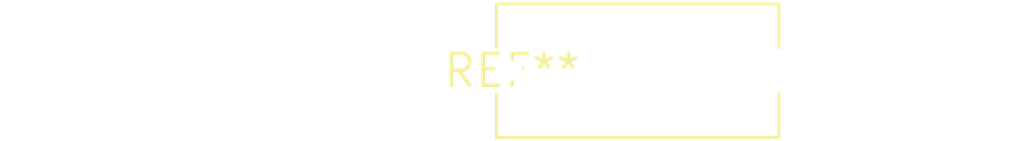
<source format=kicad_pcb>
(kicad_pcb (version 20240108) (generator pcbnew)
  (layers (0 "F.Cu" signal) (31 "B.Cu" signal) (34 "B.Paste" user) (35 "F.Paste" user) (36 "B.SilkS" user "B.Silkscreen") (37 "F.SilkS" user "F.Silkscreen") (38 "B.Mask" user) (39 "F.Mask" user) (44 "Edge.Cuts" user))
  (net 0 "")
  (footprint "C_Rect_L11.0mm_W5.1mm_P10.00mm_MKT" (layer "F.Cu") (at 0 0)
    (property "Reference" "REF**")
    (property "Value" "C_Rect_L11.0mm_W5.1mm_P10.00mm_MKT")
    (fp_line (start -0.62 -2.67) (end -0.62 -0.925) (layer "F.SilkS") (stroke (width 0.12)))
    (fp_line (start -0.62 -2.67) (end 10.62 -2.67) (layer "F.SilkS") (stroke (width 0.12)))
    (fp_line (start -0.62 0.925) (end -0.62 2.67) (layer "F.SilkS") (stroke (width 0.12)))
    (fp_line (start -0.62 2.67) (end 10.62 2.67) (layer "F.SilkS") (stroke (width 0.12)))
    (fp_line (start 10.62 -2.67) (end 10.62 -0.925) (layer "F.SilkS") (stroke (width 0.12)))
    (fp_line (start 10.62 0.925) (end 10.62 2.67) (layer "F.SilkS") (stroke (width 0.12)))
    (pad "1" thru_hole circle (at 0 0) (size 1.6 1.6) (drill 0.8) (layers *.Cu *.Mask) (remove_unused_layers))
    (pad "2" thru_hole circle (at 10 0) (size 1.6 1.6) (drill 0.8) (layers *.Cu *.Mask) (remove_unused_layers))
  )
)
</source>
